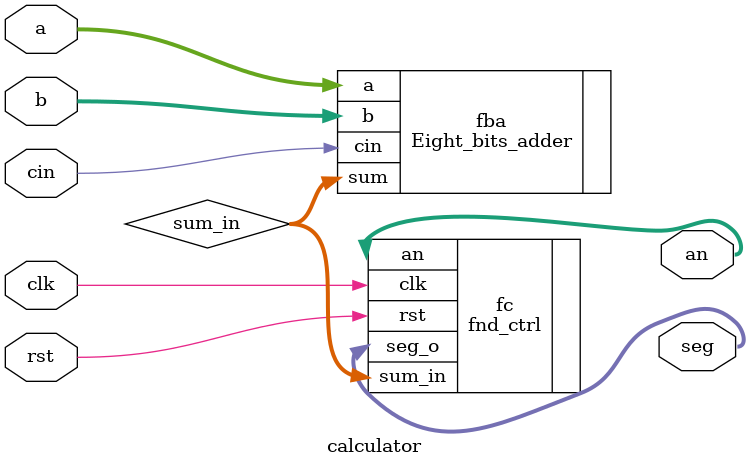
<source format=v>
module calculator(
                    input [7:0] a,
                    input [7:0] b,
                    input cin,
                    input clk,
                    input rst,
                    output [7:0] seg,
                    output [3:0] an
                );

    wire [8:0] sum_in;

    Eight_bits_adder fba(
                        .a(a),
                        .b(b),
                        .cin(cin),
                        .sum(sum_in)
                    );

    fnd_ctrl fc(
                .clk(clk),
                .rst(rst),
                .sum_in(sum_in),
                .seg_o(seg),
                .an(an)
            );

endmodule
</source>
